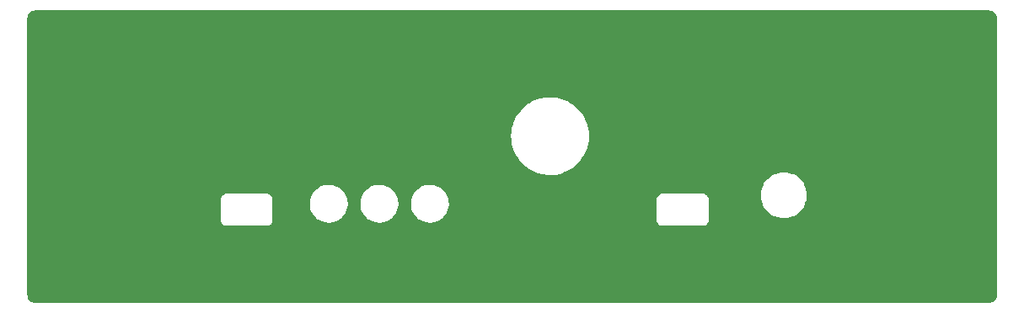
<source format=gbr>
%TF.GenerationSoftware,KiCad,Pcbnew,(6.0.11)*%
%TF.CreationDate,2023-08-23T19:50:25-07:00*%
%TF.ProjectId,miditwiddle-front,6d696469-7477-4696-9464-6c652d66726f,rev?*%
%TF.SameCoordinates,PX9157080PY68799b0*%
%TF.FileFunction,Copper,L1,Top*%
%TF.FilePolarity,Positive*%
%FSLAX46Y46*%
G04 Gerber Fmt 4.6, Leading zero omitted, Abs format (unit mm)*
G04 Created by KiCad (PCBNEW (6.0.11)) date 2023-08-23 19:50:25*
%MOMM*%
%LPD*%
G01*
G04 APERTURE LIST*
%TA.AperFunction,ViaPad*%
%ADD10C,0.600000*%
%TD*%
G04 APERTURE END LIST*
D10*
%TO.N,GND*%
X-48000000Y21950000D03*
X-48000000Y-6050000D03*
X48000000Y-6050000D03*
X48000000Y21950000D03*
%TD*%
%TA.AperFunction,Conductor*%
%TO.N,GND*%
G36*
X47984142Y22642786D02*
G01*
X48000000Y22639990D01*
X48010855Y22641904D01*
X48021879Y22641904D01*
X48021879Y22640865D01*
X48034345Y22641317D01*
X48123179Y22632568D01*
X48147405Y22627749D01*
X48253973Y22595422D01*
X48276793Y22585970D01*
X48375010Y22533472D01*
X48395548Y22519749D01*
X48481634Y22449099D01*
X48499099Y22431634D01*
X48569749Y22345548D01*
X48583472Y22325010D01*
X48635970Y22226793D01*
X48645422Y22203973D01*
X48677749Y22097405D01*
X48682568Y22073179D01*
X48691317Y21984345D01*
X48690865Y21971879D01*
X48691904Y21971879D01*
X48691904Y21960855D01*
X48689990Y21950000D01*
X48691904Y21939146D01*
X48692786Y21934144D01*
X48694700Y21912264D01*
X48694700Y-6012264D01*
X48692786Y-6034142D01*
X48689990Y-6050000D01*
X48691904Y-6060855D01*
X48691904Y-6071879D01*
X48690865Y-6071879D01*
X48691317Y-6084345D01*
X48682568Y-6173179D01*
X48677749Y-6197405D01*
X48645422Y-6303973D01*
X48635970Y-6326793D01*
X48583472Y-6425010D01*
X48569749Y-6445548D01*
X48499099Y-6531634D01*
X48481634Y-6549099D01*
X48395548Y-6619749D01*
X48375010Y-6633472D01*
X48276793Y-6685970D01*
X48253973Y-6695422D01*
X48147405Y-6727749D01*
X48123179Y-6732568D01*
X48034345Y-6741317D01*
X48021879Y-6740865D01*
X48021879Y-6741904D01*
X48010855Y-6741904D01*
X48000000Y-6739990D01*
X47984142Y-6742786D01*
X47962264Y-6744700D01*
X-47962264Y-6744700D01*
X-47984142Y-6742786D01*
X-48000000Y-6739990D01*
X-48010855Y-6741904D01*
X-48021879Y-6741904D01*
X-48021879Y-6740865D01*
X-48034345Y-6741317D01*
X-48123179Y-6732568D01*
X-48147405Y-6727749D01*
X-48253973Y-6695422D01*
X-48276793Y-6685970D01*
X-48375010Y-6633472D01*
X-48395548Y-6619749D01*
X-48481634Y-6549099D01*
X-48499099Y-6531634D01*
X-48569749Y-6445548D01*
X-48583472Y-6425010D01*
X-48635970Y-6326793D01*
X-48645422Y-6303973D01*
X-48677749Y-6197405D01*
X-48682568Y-6173179D01*
X-48691317Y-6084345D01*
X-48690865Y-6071879D01*
X-48691904Y-6071879D01*
X-48691904Y-6060855D01*
X-48689990Y-6050000D01*
X-48692786Y-6034142D01*
X-48694700Y-6012264D01*
X-48694700Y1600000D01*
X-29280010Y1600000D01*
X-29278095Y1589142D01*
X-29278095Y1588942D01*
X-29277134Y1582286D01*
X-29263858Y1464456D01*
X-29218807Y1335708D01*
X-29146237Y1220214D01*
X-29049786Y1123763D01*
X-28934292Y1051193D01*
X-28805544Y1006142D01*
X-28798517Y1005350D01*
X-28798516Y1005350D01*
X-28746324Y999469D01*
X-28736220Y997678D01*
X-28730327Y995327D01*
X-28723932Y994700D01*
X-28711067Y994700D01*
X-28696964Y993908D01*
X-28687731Y992868D01*
X-28681055Y991905D01*
X-28680858Y991905D01*
X-28670000Y989990D01*
X-28654142Y992786D01*
X-28632264Y994700D01*
X-24707736Y994700D01*
X-24685858Y992786D01*
X-24670000Y989990D01*
X-24659142Y991905D01*
X-24658942Y991905D01*
X-24652286Y992866D01*
X-24575985Y1001463D01*
X-24541484Y1005350D01*
X-24541483Y1005350D01*
X-24534456Y1006142D01*
X-24405708Y1051193D01*
X-24290214Y1123763D01*
X-24193763Y1220214D01*
X-24121193Y1335708D01*
X-24076142Y1464456D01*
X-24075350Y1471484D01*
X-24069469Y1523676D01*
X-24067678Y1533780D01*
X-24065327Y1539673D01*
X-24064700Y1546068D01*
X-24064700Y1558933D01*
X-24063908Y1573036D01*
X-24062868Y1582269D01*
X-24061905Y1588945D01*
X-24061905Y1589142D01*
X-24059990Y1600000D01*
X-24062786Y1615858D01*
X-24064700Y1637736D01*
X-24064700Y3260000D01*
X-20324224Y3260000D01*
X-20324049Y3255548D01*
X-20321867Y3200000D01*
X-20315191Y3030104D01*
X-20313631Y2990389D01*
X-20265156Y2724961D01*
X-20179764Y2469011D01*
X-20177772Y2465024D01*
X-20177771Y2465022D01*
X-20128389Y2366194D01*
X-20059161Y2227646D01*
X-19905752Y2005682D01*
X-19902730Y2002413D01*
X-19725615Y1810810D01*
X-19725610Y1810805D01*
X-19722599Y1807548D01*
X-19513356Y1637197D01*
X-19509538Y1634898D01*
X-19509536Y1634897D01*
X-19428610Y1586176D01*
X-19282198Y1498029D01*
X-19278103Y1496295D01*
X-19278101Y1496294D01*
X-19037837Y1394555D01*
X-19037830Y1394553D01*
X-19033736Y1392819D01*
X-18772930Y1323667D01*
X-18768506Y1323143D01*
X-18768504Y1323143D01*
X-18660598Y1310372D01*
X-18504981Y1291954D01*
X-18235237Y1298310D01*
X-18086042Y1323143D01*
X-17973470Y1341880D01*
X-17973466Y1341881D01*
X-17969080Y1342611D01*
X-17964839Y1343952D01*
X-17964836Y1343953D01*
X-17716067Y1422629D01*
X-17716065Y1422630D01*
X-17711821Y1423972D01*
X-17707810Y1425898D01*
X-17707805Y1425900D01*
X-17472610Y1538839D01*
X-17472609Y1538840D01*
X-17468591Y1540769D01*
X-17456046Y1549151D01*
X-17247953Y1688194D01*
X-17247949Y1688197D01*
X-17244245Y1690672D01*
X-17240928Y1693643D01*
X-17240924Y1693646D01*
X-17046575Y1867720D01*
X-17043259Y1870690D01*
X-16869642Y2077232D01*
X-16726860Y2306176D01*
X-16617761Y2552954D01*
X-16544521Y2812642D01*
X-16527659Y2938177D01*
X-16509029Y3076879D01*
X-16509029Y3076884D01*
X-16508602Y3080060D01*
X-16506736Y3139438D01*
X-16504934Y3196778D01*
X-16504934Y3196783D01*
X-16504833Y3200000D01*
X-16509081Y3260000D01*
X-15244224Y3260000D01*
X-15244049Y3255548D01*
X-15241867Y3200000D01*
X-15235191Y3030104D01*
X-15233631Y2990389D01*
X-15185156Y2724961D01*
X-15099764Y2469011D01*
X-15097772Y2465024D01*
X-15097771Y2465022D01*
X-15048389Y2366194D01*
X-14979161Y2227646D01*
X-14825752Y2005682D01*
X-14822730Y2002413D01*
X-14645615Y1810810D01*
X-14645610Y1810805D01*
X-14642599Y1807548D01*
X-14433356Y1637197D01*
X-14429538Y1634898D01*
X-14429536Y1634897D01*
X-14348610Y1586176D01*
X-14202198Y1498029D01*
X-14198103Y1496295D01*
X-14198101Y1496294D01*
X-13957837Y1394555D01*
X-13957830Y1394553D01*
X-13953736Y1392819D01*
X-13692930Y1323667D01*
X-13688506Y1323143D01*
X-13688504Y1323143D01*
X-13580598Y1310372D01*
X-13424981Y1291954D01*
X-13155237Y1298310D01*
X-13006042Y1323143D01*
X-12893470Y1341880D01*
X-12893466Y1341881D01*
X-12889080Y1342611D01*
X-12884839Y1343952D01*
X-12884836Y1343953D01*
X-12636067Y1422629D01*
X-12636065Y1422630D01*
X-12631821Y1423972D01*
X-12627810Y1425898D01*
X-12627805Y1425900D01*
X-12392610Y1538839D01*
X-12392609Y1538840D01*
X-12388591Y1540769D01*
X-12376046Y1549151D01*
X-12167953Y1688194D01*
X-12167949Y1688197D01*
X-12164245Y1690672D01*
X-12160928Y1693643D01*
X-12160924Y1693646D01*
X-11966575Y1867720D01*
X-11963259Y1870690D01*
X-11789642Y2077232D01*
X-11646860Y2306176D01*
X-11537761Y2552954D01*
X-11464521Y2812642D01*
X-11447659Y2938177D01*
X-11429029Y3076879D01*
X-11429029Y3076884D01*
X-11428602Y3080060D01*
X-11426736Y3139438D01*
X-11424934Y3196778D01*
X-11424934Y3196783D01*
X-11424833Y3200000D01*
X-11429081Y3260000D01*
X-10164224Y3260000D01*
X-10164049Y3255548D01*
X-10161867Y3200000D01*
X-10155191Y3030104D01*
X-10153631Y2990389D01*
X-10105156Y2724961D01*
X-10019764Y2469011D01*
X-10017772Y2465024D01*
X-10017771Y2465022D01*
X-9968389Y2366194D01*
X-9899161Y2227646D01*
X-9745752Y2005682D01*
X-9742730Y2002413D01*
X-9565615Y1810810D01*
X-9565610Y1810805D01*
X-9562599Y1807548D01*
X-9353356Y1637197D01*
X-9349538Y1634898D01*
X-9349536Y1634897D01*
X-9268610Y1586176D01*
X-9122198Y1498029D01*
X-9118103Y1496295D01*
X-9118101Y1496294D01*
X-8877837Y1394555D01*
X-8877830Y1394553D01*
X-8873736Y1392819D01*
X-8612930Y1323667D01*
X-8608506Y1323143D01*
X-8608504Y1323143D01*
X-8500598Y1310372D01*
X-8344981Y1291954D01*
X-8075237Y1298310D01*
X-7926042Y1323143D01*
X-7813470Y1341880D01*
X-7813466Y1341881D01*
X-7809080Y1342611D01*
X-7804839Y1343952D01*
X-7804836Y1343953D01*
X-7556067Y1422629D01*
X-7556065Y1422630D01*
X-7551821Y1423972D01*
X-7547810Y1425898D01*
X-7547805Y1425900D01*
X-7312610Y1538839D01*
X-7312609Y1538840D01*
X-7308591Y1540769D01*
X-7296046Y1549151D01*
X-7219945Y1600000D01*
X14534990Y1600000D01*
X14536905Y1589142D01*
X14536905Y1588942D01*
X14537866Y1582286D01*
X14551142Y1464456D01*
X14596193Y1335708D01*
X14668763Y1220214D01*
X14765214Y1123763D01*
X14880708Y1051193D01*
X15009456Y1006142D01*
X15016483Y1005350D01*
X15016484Y1005350D01*
X15068676Y999469D01*
X15078780Y997678D01*
X15084673Y995327D01*
X15091068Y994700D01*
X15103933Y994700D01*
X15118036Y993908D01*
X15127269Y992868D01*
X15133945Y991905D01*
X15134142Y991905D01*
X15145000Y989990D01*
X15160858Y992786D01*
X15182736Y994700D01*
X19107264Y994700D01*
X19129142Y992786D01*
X19145000Y989990D01*
X19155858Y991905D01*
X19156058Y991905D01*
X19162714Y992866D01*
X19239015Y1001463D01*
X19273516Y1005350D01*
X19273517Y1005350D01*
X19280544Y1006142D01*
X19409292Y1051193D01*
X19524786Y1123763D01*
X19621237Y1220214D01*
X19693807Y1335708D01*
X19738858Y1464456D01*
X19739650Y1471484D01*
X19745531Y1523676D01*
X19747322Y1533780D01*
X19749673Y1539673D01*
X19750300Y1546068D01*
X19750300Y1558933D01*
X19751092Y1573036D01*
X19752132Y1582269D01*
X19753095Y1588945D01*
X19753095Y1589142D01*
X19755010Y1600000D01*
X19752214Y1615858D01*
X19750300Y1637736D01*
X19750300Y3562264D01*
X19752214Y3584144D01*
X19753096Y3589145D01*
X19755010Y3600000D01*
X19753095Y3610858D01*
X19753095Y3611058D01*
X19752132Y3617726D01*
X19752132Y3617731D01*
X19738858Y3735544D01*
X19693807Y3864292D01*
X19621237Y3979786D01*
X19551023Y4050000D01*
X24994754Y4050000D01*
X24995024Y4045880D01*
X25011777Y3790274D01*
X25014518Y3748452D01*
X25015320Y3744419D01*
X25015321Y3744413D01*
X25069210Y3473499D01*
X25073474Y3452064D01*
X25074801Y3448155D01*
X25074802Y3448151D01*
X25157945Y3203221D01*
X25170611Y3165907D01*
X25304268Y2894877D01*
X25472159Y2643611D01*
X25671409Y2416409D01*
X25898611Y2217159D01*
X26149877Y2049268D01*
X26153576Y2047444D01*
X26153581Y2047441D01*
X26283485Y1983380D01*
X26420907Y1915611D01*
X26424812Y1914286D01*
X26424813Y1914285D01*
X26703151Y1819802D01*
X26703155Y1819801D01*
X26707064Y1818474D01*
X26711108Y1817670D01*
X26711114Y1817668D01*
X26999413Y1760321D01*
X26999419Y1760320D01*
X27003452Y1759518D01*
X27007557Y1759249D01*
X27007564Y1759248D01*
X27300880Y1740024D01*
X27305000Y1739754D01*
X27309120Y1740024D01*
X27602436Y1759248D01*
X27602443Y1759249D01*
X27606548Y1759518D01*
X27610581Y1760320D01*
X27610587Y1760321D01*
X27898886Y1817668D01*
X27898892Y1817670D01*
X27902936Y1818474D01*
X27906845Y1819801D01*
X27906849Y1819802D01*
X28185187Y1914285D01*
X28185188Y1914286D01*
X28189093Y1915611D01*
X28326515Y1983380D01*
X28456419Y2047441D01*
X28456424Y2047444D01*
X28460123Y2049268D01*
X28711389Y2217159D01*
X28938591Y2416409D01*
X29137841Y2643611D01*
X29305732Y2894877D01*
X29439389Y3165907D01*
X29452055Y3203221D01*
X29535198Y3448151D01*
X29535199Y3448155D01*
X29536526Y3452064D01*
X29540790Y3473499D01*
X29594679Y3744413D01*
X29594680Y3744419D01*
X29595482Y3748452D01*
X29598224Y3790274D01*
X29614976Y4045880D01*
X29615246Y4050000D01*
X29613526Y4076237D01*
X29595752Y4347436D01*
X29595751Y4347443D01*
X29595482Y4351548D01*
X29582539Y4416620D01*
X29537332Y4643886D01*
X29537330Y4643892D01*
X29536526Y4647936D01*
X29478330Y4819378D01*
X29440715Y4930187D01*
X29440714Y4930188D01*
X29439389Y4934093D01*
X29359987Y5095105D01*
X29307559Y5201419D01*
X29307556Y5201424D01*
X29305732Y5205123D01*
X29137841Y5456389D01*
X28938591Y5683591D01*
X28711389Y5882841D01*
X28460123Y6050732D01*
X28456424Y6052556D01*
X28456419Y6052559D01*
X28284203Y6137486D01*
X28189093Y6184389D01*
X28116123Y6209159D01*
X27906849Y6280198D01*
X27906845Y6280199D01*
X27902936Y6281526D01*
X27898892Y6282330D01*
X27898886Y6282332D01*
X27610587Y6339679D01*
X27610581Y6339680D01*
X27606548Y6340482D01*
X27602443Y6340751D01*
X27602436Y6340752D01*
X27309120Y6359976D01*
X27305000Y6360246D01*
X27300880Y6359976D01*
X27007564Y6340752D01*
X27007557Y6340751D01*
X27003452Y6340482D01*
X26999419Y6339680D01*
X26999413Y6339679D01*
X26711114Y6282332D01*
X26711108Y6282330D01*
X26707064Y6281526D01*
X26703155Y6280199D01*
X26703151Y6280198D01*
X26493877Y6209159D01*
X26420907Y6184389D01*
X26325797Y6137486D01*
X26153581Y6052559D01*
X26153576Y6052556D01*
X26149877Y6050732D01*
X25898611Y5882841D01*
X25671409Y5683591D01*
X25472159Y5456389D01*
X25304268Y5205123D01*
X25302444Y5201424D01*
X25302441Y5201419D01*
X25250013Y5095105D01*
X25170611Y4934093D01*
X25169286Y4930188D01*
X25169285Y4930187D01*
X25131671Y4819378D01*
X25073474Y4647936D01*
X25072670Y4643892D01*
X25072668Y4643886D01*
X25031508Y4436962D01*
X25014518Y4351548D01*
X24997662Y4094362D01*
X24994754Y4050000D01*
X19551023Y4050000D01*
X19524786Y4076237D01*
X19409292Y4148807D01*
X19280544Y4193858D01*
X19273517Y4194650D01*
X19273516Y4194650D01*
X19221324Y4200531D01*
X19211220Y4202322D01*
X19205327Y4204673D01*
X19198932Y4205300D01*
X19186067Y4205300D01*
X19171964Y4206092D01*
X19162731Y4207132D01*
X19156055Y4208095D01*
X19155858Y4208095D01*
X19145000Y4210010D01*
X19129142Y4207214D01*
X19107264Y4205300D01*
X15182736Y4205300D01*
X15160858Y4207214D01*
X15145000Y4210010D01*
X15134142Y4208095D01*
X15133942Y4208095D01*
X15127286Y4207134D01*
X15050985Y4198537D01*
X15016484Y4194650D01*
X15016483Y4194650D01*
X15009456Y4193858D01*
X14880708Y4148807D01*
X14765214Y4076237D01*
X14668763Y3979786D01*
X14596193Y3864292D01*
X14551142Y3735544D01*
X14550350Y3728517D01*
X14550350Y3728516D01*
X14544469Y3676324D01*
X14542678Y3666220D01*
X14540327Y3660327D01*
X14539700Y3653932D01*
X14539700Y3641067D01*
X14538908Y3626964D01*
X14537868Y3617731D01*
X14536905Y3611055D01*
X14536905Y3610858D01*
X14534990Y3600000D01*
X14536904Y3589145D01*
X14537786Y3584144D01*
X14539700Y3562264D01*
X14539700Y1637736D01*
X14537786Y1615858D01*
X14534990Y1600000D01*
X-7219945Y1600000D01*
X-7087953Y1688194D01*
X-7087949Y1688197D01*
X-7084245Y1690672D01*
X-7080928Y1693643D01*
X-7080924Y1693646D01*
X-6886575Y1867720D01*
X-6883259Y1870690D01*
X-6709642Y2077232D01*
X-6566860Y2306176D01*
X-6457761Y2552954D01*
X-6384521Y2812642D01*
X-6367659Y2938177D01*
X-6349029Y3076879D01*
X-6349029Y3076884D01*
X-6348602Y3080060D01*
X-6346736Y3139438D01*
X-6344934Y3196778D01*
X-6344934Y3196783D01*
X-6344833Y3200000D01*
X-6363889Y3469145D01*
X-6375694Y3523980D01*
X-6419742Y3728568D01*
X-6420679Y3732920D01*
X-6424110Y3742222D01*
X-6512527Y3981884D01*
X-6514068Y3986061D01*
X-6546344Y4045880D01*
X-6640080Y4219603D01*
X-6642193Y4223519D01*
X-6802498Y4440554D01*
X-6836437Y4475031D01*
X-6988653Y4629656D01*
X-6991784Y4632837D01*
X-6995324Y4635538D01*
X-6995330Y4635544D01*
X-7202735Y4793830D01*
X-7206275Y4796532D01*
X-7441690Y4928371D01*
X-7693334Y5025724D01*
X-7697659Y5026727D01*
X-7697664Y5026728D01*
X-7802827Y5051103D01*
X-7956184Y5086650D01*
X-8224996Y5109931D01*
X-8229431Y5109687D01*
X-8229435Y5109687D01*
X-8330310Y5104135D01*
X-8494407Y5095105D01*
X-8498767Y5094238D01*
X-8498773Y5094237D01*
X-8728690Y5048503D01*
X-8759042Y5042466D01*
X-9013619Y4953065D01*
X-9253060Y4828685D01*
X-9256675Y4826102D01*
X-9256681Y4826098D01*
X-9295006Y4798710D01*
X-9472586Y4671809D01*
X-9667819Y4485566D01*
X-9670575Y4482071D01*
X-9670576Y4482069D01*
X-9779198Y4344282D01*
X-9834862Y4273673D01*
X-9877346Y4200531D01*
X-9968145Y4044211D01*
X-9968148Y4044205D01*
X-9970383Y4040357D01*
X-9972057Y4036223D01*
X-10070004Y3794406D01*
X-10070007Y3794398D01*
X-10071677Y3790274D01*
X-10091088Y3712131D01*
X-10128314Y3562264D01*
X-10136723Y3528413D01*
X-10164224Y3260000D01*
X-11429081Y3260000D01*
X-11443889Y3469145D01*
X-11455694Y3523980D01*
X-11499742Y3728568D01*
X-11500679Y3732920D01*
X-11504110Y3742222D01*
X-11592527Y3981884D01*
X-11594068Y3986061D01*
X-11626344Y4045880D01*
X-11720080Y4219603D01*
X-11722193Y4223519D01*
X-11882498Y4440554D01*
X-11916437Y4475031D01*
X-12068653Y4629656D01*
X-12071784Y4632837D01*
X-12075324Y4635538D01*
X-12075330Y4635544D01*
X-12282735Y4793830D01*
X-12286275Y4796532D01*
X-12521690Y4928371D01*
X-12773334Y5025724D01*
X-12777659Y5026727D01*
X-12777664Y5026728D01*
X-12882827Y5051103D01*
X-13036184Y5086650D01*
X-13304996Y5109931D01*
X-13309431Y5109687D01*
X-13309435Y5109687D01*
X-13410310Y5104135D01*
X-13574407Y5095105D01*
X-13578767Y5094238D01*
X-13578773Y5094237D01*
X-13808690Y5048503D01*
X-13839042Y5042466D01*
X-14093619Y4953065D01*
X-14333060Y4828685D01*
X-14336675Y4826102D01*
X-14336681Y4826098D01*
X-14375006Y4798710D01*
X-14552586Y4671809D01*
X-14747819Y4485566D01*
X-14750575Y4482071D01*
X-14750576Y4482069D01*
X-14859198Y4344282D01*
X-14914862Y4273673D01*
X-14957346Y4200531D01*
X-15048145Y4044211D01*
X-15048148Y4044205D01*
X-15050383Y4040357D01*
X-15052057Y4036223D01*
X-15150004Y3794406D01*
X-15150007Y3794398D01*
X-15151677Y3790274D01*
X-15171088Y3712131D01*
X-15208314Y3562264D01*
X-15216723Y3528413D01*
X-15244224Y3260000D01*
X-16509081Y3260000D01*
X-16523889Y3469145D01*
X-16535694Y3523980D01*
X-16579742Y3728568D01*
X-16580679Y3732920D01*
X-16584110Y3742222D01*
X-16672527Y3981884D01*
X-16674068Y3986061D01*
X-16706344Y4045880D01*
X-16800080Y4219603D01*
X-16802193Y4223519D01*
X-16962498Y4440554D01*
X-16996437Y4475031D01*
X-17148653Y4629656D01*
X-17151784Y4632837D01*
X-17155324Y4635538D01*
X-17155330Y4635544D01*
X-17362735Y4793830D01*
X-17366275Y4796532D01*
X-17601690Y4928371D01*
X-17853334Y5025724D01*
X-17857659Y5026727D01*
X-17857664Y5026728D01*
X-17962827Y5051103D01*
X-18116184Y5086650D01*
X-18384996Y5109931D01*
X-18389431Y5109687D01*
X-18389435Y5109687D01*
X-18490310Y5104135D01*
X-18654407Y5095105D01*
X-18658767Y5094238D01*
X-18658773Y5094237D01*
X-18888690Y5048503D01*
X-18919042Y5042466D01*
X-19173619Y4953065D01*
X-19413060Y4828685D01*
X-19416675Y4826102D01*
X-19416681Y4826098D01*
X-19455006Y4798710D01*
X-19632586Y4671809D01*
X-19827819Y4485566D01*
X-19830575Y4482071D01*
X-19830576Y4482069D01*
X-19939198Y4344282D01*
X-19994862Y4273673D01*
X-20037346Y4200531D01*
X-20128145Y4044211D01*
X-20128148Y4044205D01*
X-20130383Y4040357D01*
X-20132057Y4036223D01*
X-20230004Y3794406D01*
X-20230007Y3794398D01*
X-20231677Y3790274D01*
X-20251088Y3712131D01*
X-20288314Y3562264D01*
X-20296723Y3528413D01*
X-20324224Y3260000D01*
X-24064700Y3260000D01*
X-24064700Y3562264D01*
X-24062786Y3584144D01*
X-24061904Y3589145D01*
X-24059990Y3600000D01*
X-24061905Y3610858D01*
X-24061905Y3611058D01*
X-24062868Y3617726D01*
X-24062868Y3617731D01*
X-24076142Y3735544D01*
X-24121193Y3864292D01*
X-24193763Y3979786D01*
X-24290214Y4076237D01*
X-24405708Y4148807D01*
X-24534456Y4193858D01*
X-24541483Y4194650D01*
X-24541484Y4194650D01*
X-24593676Y4200531D01*
X-24603780Y4202322D01*
X-24609673Y4204673D01*
X-24616068Y4205300D01*
X-24628933Y4205300D01*
X-24643036Y4206092D01*
X-24652269Y4207132D01*
X-24658945Y4208095D01*
X-24659142Y4208095D01*
X-24670000Y4210010D01*
X-24685858Y4207214D01*
X-24707736Y4205300D01*
X-28632264Y4205300D01*
X-28654142Y4207214D01*
X-28670000Y4210010D01*
X-28680858Y4208095D01*
X-28681058Y4208095D01*
X-28687714Y4207134D01*
X-28764015Y4198537D01*
X-28798516Y4194650D01*
X-28798517Y4194650D01*
X-28805544Y4193858D01*
X-28934292Y4148807D01*
X-29049786Y4076237D01*
X-29146237Y3979786D01*
X-29218807Y3864292D01*
X-29263858Y3735544D01*
X-29264650Y3728517D01*
X-29264650Y3728516D01*
X-29270531Y3676324D01*
X-29272322Y3666220D01*
X-29274673Y3660327D01*
X-29275300Y3653932D01*
X-29275300Y3641067D01*
X-29276092Y3626964D01*
X-29277132Y3617731D01*
X-29278095Y3611055D01*
X-29278095Y3610858D01*
X-29280010Y3600000D01*
X-29278096Y3589145D01*
X-29277214Y3584144D01*
X-29275300Y3562264D01*
X-29275300Y1637736D01*
X-29277214Y1615858D01*
X-29280010Y1600000D01*
X-48694700Y1600000D01*
X-48694700Y10013650D01*
X-100295Y10013650D01*
X-100194Y10011501D01*
X-100146Y10010483D01*
X-100146Y10010477D01*
X-98284Y9971008D01*
X-81657Y9618420D01*
X-23173Y9227097D01*
X74557Y8843687D01*
X210532Y8472117D01*
X383361Y8116189D01*
X385033Y8113482D01*
X385034Y8113480D01*
X405459Y8080410D01*
X591274Y7779550D01*
X593206Y7777032D01*
X593213Y7777022D01*
X830201Y7468173D01*
X832142Y7465644D01*
X1103499Y7177687D01*
X1105904Y7175604D01*
X1105910Y7175598D01*
X1371882Y6945207D01*
X1402567Y6918627D01*
X1726284Y6691115D01*
X2071335Y6497481D01*
X2074249Y6496214D01*
X2074253Y6496212D01*
X2223575Y6431285D01*
X2434187Y6339709D01*
X2613816Y6282382D01*
X2808082Y6220383D01*
X2808091Y6220381D01*
X2811126Y6219412D01*
X2862746Y6208534D01*
X3195172Y6138481D01*
X3195177Y6138480D01*
X3198291Y6137824D01*
X3591720Y6095778D01*
X3594907Y6095761D01*
X3594913Y6095761D01*
X3774397Y6094821D01*
X3987384Y6093706D01*
X4184307Y6112668D01*
X4378066Y6131325D01*
X4378071Y6131326D01*
X4381231Y6131630D01*
X4384351Y6132253D01*
X4384355Y6132254D01*
X4766102Y6208534D01*
X4766101Y6208534D01*
X4769230Y6209159D01*
X5060891Y6298886D01*
X5144366Y6324566D01*
X5144369Y6324567D01*
X5147408Y6325502D01*
X5150336Y6326739D01*
X5150342Y6326741D01*
X5314336Y6396015D01*
X5511892Y6479466D01*
X5514695Y6481000D01*
X5514700Y6481003D01*
X5664321Y6562918D01*
X5858952Y6669476D01*
X6185033Y6893585D01*
X6187472Y6895653D01*
X6187478Y6895658D01*
X6484357Y7147430D01*
X6486798Y7149500D01*
X6761155Y7434600D01*
X6787480Y7468173D01*
X7003323Y7743448D01*
X7003326Y7743453D01*
X7005297Y7745966D01*
X7216724Y8080410D01*
X7218144Y8083259D01*
X7218149Y8083267D01*
X7391851Y8431660D01*
X7393271Y8434508D01*
X7533130Y8804634D01*
X7542726Y8840696D01*
X7634048Y9183914D01*
X7634869Y9186999D01*
X7697447Y9577688D01*
X7720224Y9972701D01*
X7720319Y10000000D01*
X7719789Y10010477D01*
X7700462Y10391989D01*
X7700461Y10391994D01*
X7700301Y10395162D01*
X7652509Y10707488D01*
X7640936Y10783119D01*
X7640934Y10783128D01*
X7640452Y10786279D01*
X7541384Y11169345D01*
X7540279Y11172333D01*
X7405221Y11537442D01*
X7405218Y11537448D01*
X7404112Y11540439D01*
X7230042Y11895760D01*
X7020955Y12231672D01*
X6938663Y12338146D01*
X6780945Y12542210D01*
X6780940Y12542215D01*
X6778993Y12544735D01*
X6506632Y12831743D01*
X6206662Y13089758D01*
X6204054Y13091578D01*
X6204048Y13091582D01*
X5884766Y13314316D01*
X5882153Y13316139D01*
X5536429Y13508566D01*
X5533509Y13509824D01*
X5533504Y13509826D01*
X5175962Y13663809D01*
X5175952Y13663813D01*
X5173028Y13665072D01*
X4795672Y13784052D01*
X4516644Y13841835D01*
X4411348Y13863641D01*
X4411345Y13863641D01*
X4408223Y13864288D01*
X4105574Y13895564D01*
X4017806Y13904634D01*
X4017803Y13904634D01*
X4014650Y13904960D01*
X4011483Y13904966D01*
X4011474Y13904966D01*
X3816441Y13905306D01*
X3618982Y13905651D01*
X3322769Y13876085D01*
X3228454Y13866671D01*
X3228452Y13866671D01*
X3225269Y13866353D01*
X3222129Y13865714D01*
X3222128Y13865714D01*
X2840677Y13788107D01*
X2840670Y13788105D01*
X2837543Y13787469D01*
X2459774Y13669807D01*
X2095829Y13514571D01*
X1749435Y13323352D01*
X1746814Y13321537D01*
X1746809Y13321534D01*
X1646849Y13252318D01*
X1424138Y13098105D01*
X1123269Y12841139D01*
X849908Y12555083D01*
X847951Y12552569D01*
X847950Y12552568D01*
X623109Y12263747D01*
X606854Y12242867D01*
X605158Y12240163D01*
X605155Y12240159D01*
X599831Y12231672D01*
X396596Y11907687D01*
X395186Y11904835D01*
X395182Y11904827D01*
X297284Y11706744D01*
X221287Y11552975D01*
X82720Y11182363D01*
X-17684Y10799645D01*
X-18177Y10796496D01*
X-18179Y10796487D01*
X-65128Y10496675D01*
X-78898Y10408740D01*
X-79069Y10405574D01*
X-79070Y10405569D01*
X-79805Y10391989D01*
X-100295Y10013650D01*
X-48694700Y10013650D01*
X-48694700Y21912264D01*
X-48692786Y21934144D01*
X-48691904Y21939146D01*
X-48689990Y21950000D01*
X-48691904Y21960855D01*
X-48691904Y21971879D01*
X-48690865Y21971879D01*
X-48691317Y21984345D01*
X-48682568Y22073179D01*
X-48677749Y22097405D01*
X-48645422Y22203973D01*
X-48635970Y22226793D01*
X-48583472Y22325010D01*
X-48569749Y22345548D01*
X-48499099Y22431634D01*
X-48481634Y22449099D01*
X-48395548Y22519749D01*
X-48375010Y22533472D01*
X-48276793Y22585970D01*
X-48253973Y22595422D01*
X-48147405Y22627749D01*
X-48123179Y22632568D01*
X-48034345Y22641317D01*
X-48021879Y22640865D01*
X-48021879Y22641904D01*
X-48010855Y22641904D01*
X-48000000Y22639990D01*
X-47984142Y22642786D01*
X-47962264Y22644700D01*
X47962264Y22644700D01*
X47984142Y22642786D01*
G37*
%TD.AperFunction*%
%TD*%
M02*

</source>
